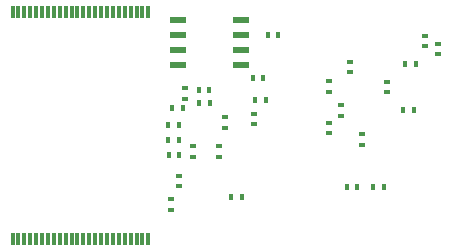
<source format=gbp>
G04 #@! TF.FileFunction,Paste,Bot*
%FSLAX46Y46*%
G04 Gerber Fmt 4.6, Leading zero omitted, Abs format (unit mm)*
G04 Created by KiCad (PCBNEW 4.1.0-alpha+201605292346+6852~44~ubuntu14.04.1-product) date Thu Jun  2 19:47:09 2016*
%MOMM*%
%LPD*%
G01*
G04 APERTURE LIST*
%ADD10C,0.150000*%
%ADD11R,0.398780X0.599440*%
%ADD12R,0.599440X0.398780*%
%ADD13R,1.399540X0.599440*%
%ADD14R,0.299720X1.099820*%
G04 APERTURE END LIST*
D10*
D11*
X161678620Y-86093300D03*
X162577780Y-86093300D03*
D12*
X174967900Y-87038180D03*
X174967900Y-86139020D03*
X169659300Y-94482920D03*
X169659300Y-95382080D03*
X168630600Y-89235280D03*
X168630600Y-88336120D03*
X171792900Y-90025220D03*
X171792900Y-90924380D03*
D11*
X173311820Y-88531700D03*
X174210980Y-88531700D03*
X173121320Y-92430600D03*
X174020480Y-92430600D03*
X171480480Y-98971100D03*
X170581320Y-98971100D03*
D12*
X176047400Y-86799420D03*
X176047400Y-87698580D03*
X153517600Y-100855780D03*
X153517600Y-99956620D03*
D11*
X158592520Y-99771200D03*
X159491680Y-99771200D03*
D12*
X160477200Y-93642180D03*
X160477200Y-92743020D03*
D11*
X153233120Y-93713300D03*
X154132280Y-93713300D03*
X153601420Y-92252800D03*
X154500580Y-92252800D03*
D12*
X154635200Y-90558620D03*
X154635200Y-91457780D03*
D11*
X160395920Y-89712800D03*
X161295080Y-89712800D03*
D12*
X158076900Y-93946980D03*
X158076900Y-93047820D03*
X157568900Y-95498920D03*
X157568900Y-96398080D03*
D11*
X156773880Y-91859100D03*
X155874720Y-91859100D03*
X155811220Y-90766900D03*
X156710380Y-90766900D03*
X153245820Y-94996000D03*
X154144980Y-94996000D03*
X153271220Y-96227900D03*
X154170380Y-96227900D03*
D12*
X155359100Y-96398080D03*
X155359100Y-95498920D03*
X154114500Y-97975420D03*
X154114500Y-98874580D03*
D11*
X160611820Y-91554300D03*
X161510980Y-91554300D03*
D12*
X166878000Y-90886280D03*
X166878000Y-89987120D03*
D11*
X168358820Y-98933000D03*
X169257980Y-98933000D03*
D12*
X167855900Y-92006420D03*
X167855900Y-92905580D03*
X166814500Y-94391480D03*
X166814500Y-93492320D03*
D13*
X159397700Y-88595200D03*
X154063700Y-88595200D03*
X159397700Y-87325200D03*
X159397700Y-86055200D03*
X159397700Y-84785200D03*
X154063700Y-87325200D03*
X154063700Y-86055200D03*
X154063700Y-84785200D03*
D14*
X151556720Y-103388160D03*
X151056340Y-103388160D03*
X150558500Y-103388160D03*
X150058120Y-103388160D03*
X149557740Y-103388160D03*
X149057360Y-103388160D03*
X148556980Y-103388160D03*
X148056600Y-103388160D03*
X147556220Y-103388160D03*
X147058380Y-103388160D03*
X146558000Y-103388160D03*
X146057620Y-103388160D03*
X145559780Y-103388160D03*
X145059400Y-103388160D03*
X144559020Y-103388160D03*
X144061180Y-103388160D03*
X143560800Y-103388160D03*
X143060420Y-103388160D03*
X142560040Y-103388160D03*
X142059660Y-103388160D03*
X141559280Y-103388160D03*
X141058900Y-103388160D03*
X140561060Y-103388160D03*
X140060680Y-103388160D03*
X140060680Y-84140040D03*
X140561060Y-84140040D03*
X141058900Y-84140040D03*
X141559280Y-84140040D03*
X142059660Y-84140040D03*
X142560040Y-84140040D03*
X143060420Y-84140040D03*
X143560800Y-84140040D03*
X144061180Y-84140040D03*
X144559020Y-84140040D03*
X145059400Y-84140040D03*
X145559780Y-84140040D03*
X146057620Y-84140040D03*
X146558000Y-84140040D03*
X147058380Y-84140040D03*
X147556220Y-84140040D03*
X148056600Y-84140040D03*
X148556980Y-84140040D03*
X149057360Y-84140040D03*
X149557740Y-84140040D03*
X150058120Y-84140040D03*
X150558500Y-84140040D03*
X151056340Y-84140040D03*
X151556720Y-84140040D03*
M02*

</source>
